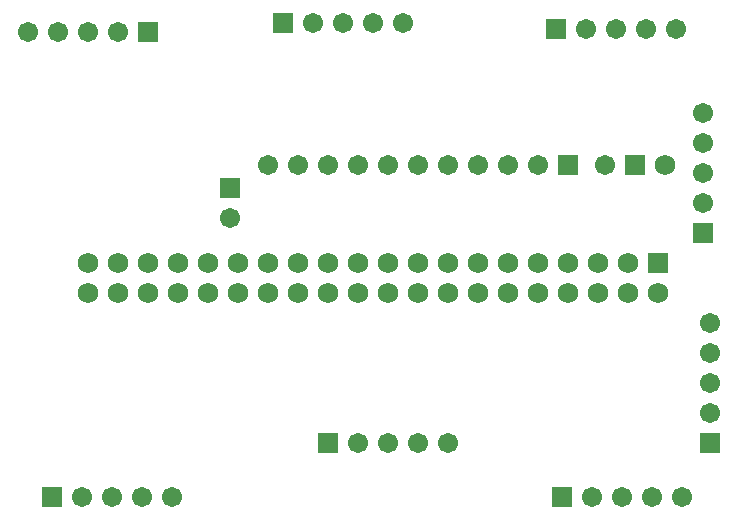
<source format=gbs>
G04*
G04 #@! TF.GenerationSoftware,Altium Limited,Altium Designer,24.3.1 (35)*
G04*
G04 Layer_Color=16711935*
%FSLAX44Y44*%
%MOMM*%
G71*
G04*
G04 #@! TF.SameCoordinates,84ABCF69-F142-4878-B56C-5630D2AD3AC0*
G04*
G04*
G04 #@! TF.FilePolarity,Negative*
G04*
G01*
G75*
%ADD13R,1.7032X1.7032*%
%ADD14C,1.7032*%
%ADD15R,1.7032X1.7032*%
%ADD16C,1.7272*%
%ADD17R,1.7272X1.7272*%
D13*
X-25400Y-215900D02*
D03*
X-425450Y-177800D02*
D03*
X-19050Y-393700D02*
D03*
D14*
X-25400Y-190500D02*
D03*
Y-165100D02*
D03*
Y-139700D02*
D03*
Y-114300D02*
D03*
X-124460Y-43180D02*
D03*
X-99060D02*
D03*
X-73660D02*
D03*
X-48260D02*
D03*
X-596900Y-45720D02*
D03*
X-571500D02*
D03*
X-546100D02*
D03*
X-520700D02*
D03*
X-551180Y-439420D02*
D03*
X-525780D02*
D03*
X-500380D02*
D03*
X-474980D02*
D03*
X-43180D02*
D03*
X-68580D02*
D03*
X-93980D02*
D03*
X-119380D02*
D03*
X-425450Y-203200D02*
D03*
X-393700Y-158750D02*
D03*
X-368300D02*
D03*
X-342900D02*
D03*
X-317500D02*
D03*
X-292100D02*
D03*
X-266700D02*
D03*
X-241300D02*
D03*
X-215900D02*
D03*
X-190500D02*
D03*
X-165100D02*
D03*
X-279400Y-38100D02*
D03*
X-304800D02*
D03*
X-330200D02*
D03*
X-355600D02*
D03*
X-19050Y-292100D02*
D03*
Y-317500D02*
D03*
Y-342900D02*
D03*
Y-368300D02*
D03*
X-317500Y-393700D02*
D03*
X-292100D02*
D03*
X-266700D02*
D03*
X-241300D02*
D03*
X-107950Y-158750D02*
D03*
D15*
X-149860Y-43180D02*
D03*
X-495300Y-45720D02*
D03*
X-576580Y-439420D02*
D03*
X-144780D02*
D03*
X-139700Y-158750D02*
D03*
X-381000Y-38100D02*
D03*
X-342900Y-393700D02*
D03*
X-82550Y-158750D02*
D03*
D16*
X-57150D02*
D03*
X-546100Y-266700D02*
D03*
X-520700D02*
D03*
X-495300D02*
D03*
X-469900D02*
D03*
X-444500D02*
D03*
X-419100D02*
D03*
X-546100Y-241300D02*
D03*
X-520700D02*
D03*
X-495300D02*
D03*
X-469900D02*
D03*
X-444500D02*
D03*
X-419100D02*
D03*
X-393700Y-266700D02*
D03*
Y-241300D02*
D03*
X-368300Y-266700D02*
D03*
X-342900D02*
D03*
X-317500D02*
D03*
X-292100D02*
D03*
X-266700D02*
D03*
X-241300D02*
D03*
X-368300Y-241300D02*
D03*
X-342900D02*
D03*
X-317500D02*
D03*
X-292100D02*
D03*
X-266700D02*
D03*
X-241300D02*
D03*
X-215900Y-266700D02*
D03*
Y-241300D02*
D03*
X-190500Y-266700D02*
D03*
X-165100D02*
D03*
X-139700D02*
D03*
X-114300D02*
D03*
X-88900D02*
D03*
X-63500D02*
D03*
X-190500Y-241300D02*
D03*
X-165100D02*
D03*
X-139700D02*
D03*
X-114300D02*
D03*
X-88900D02*
D03*
D17*
X-63500D02*
D03*
M02*

</source>
